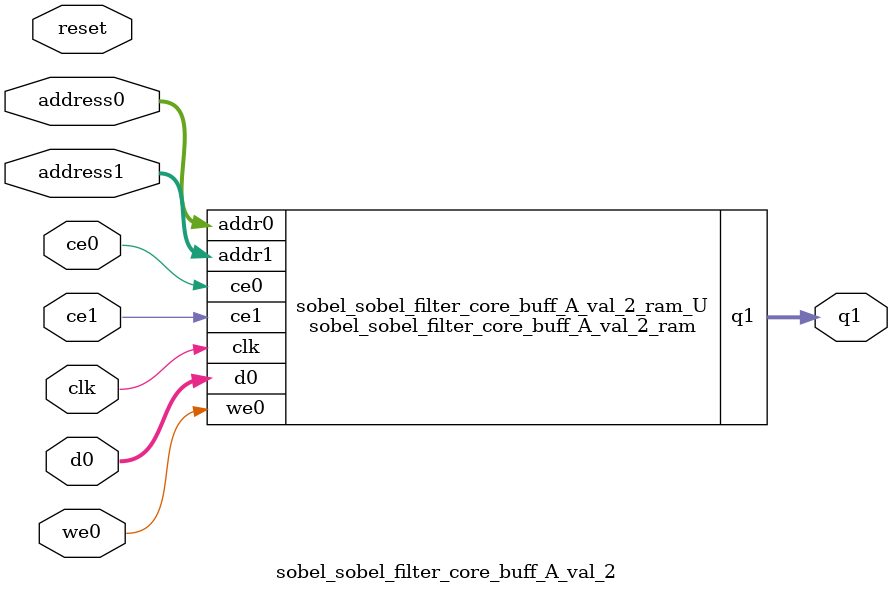
<source format=v>

`timescale 1 ns / 1 ps
module sobel_sobel_filter_core_buff_A_val_2_ram (addr0, ce0, d0, we0, addr1, ce1, q1,  clk);

parameter DWIDTH = 8;
parameter AWIDTH = 10;
parameter MEM_SIZE = 640;

input[AWIDTH-1:0] addr0;
input ce0;
input[DWIDTH-1:0] d0;
input we0;
input[AWIDTH-1:0] addr1;
input ce1;
output reg[DWIDTH-1:0] q1;
input clk;

(* ram_style = "block" *)reg [DWIDTH-1:0] ram[MEM_SIZE-1:0];




always @(posedge clk)  
begin 
    if (ce0) 
    begin
        if (we0) 
        begin 
            ram[addr0] <= d0; 
        end 
    end
end


always @(posedge clk)  
begin 
    if (ce1) 
    begin
            q1 <= ram[addr1];
    end
end


endmodule


`timescale 1 ns / 1 ps
module sobel_sobel_filter_core_buff_A_val_2(
    reset,
    clk,
    address0,
    ce0,
    we0,
    d0,
    address1,
    ce1,
    q1);

parameter DataWidth = 32'd8;
parameter AddressRange = 32'd640;
parameter AddressWidth = 32'd10;
input reset;
input clk;
input[AddressWidth - 1:0] address0;
input ce0;
input we0;
input[DataWidth - 1:0] d0;
input[AddressWidth - 1:0] address1;
input ce1;
output[DataWidth - 1:0] q1;



sobel_sobel_filter_core_buff_A_val_2_ram sobel_sobel_filter_core_buff_A_val_2_ram_U(
    .clk( clk ),
    .addr0( address0 ),
    .ce0( ce0 ),
    .d0( d0 ),
    .we0( we0 ),
    .addr1( address1 ),
    .ce1( ce1 ),
    .q1( q1 ));

endmodule


</source>
